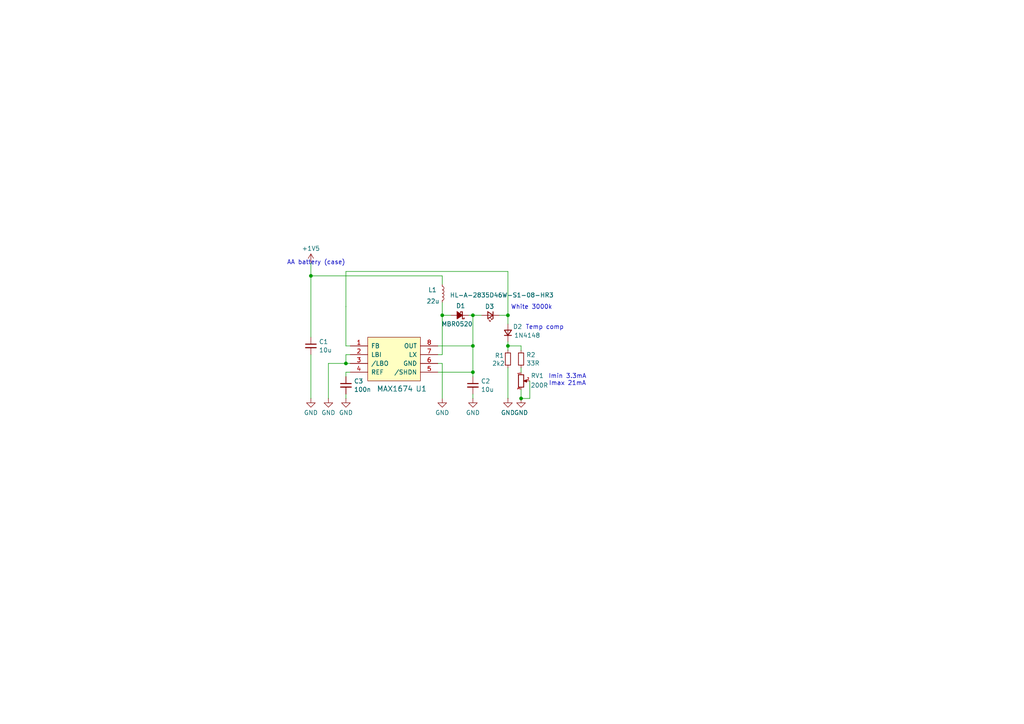
<source format=kicad_sch>
(kicad_sch (version 20250114) (generator "eeschema") (generator_version "9.0")
  (paper "A4")
  (title_block (title "S.E.I. Photometer - Lamp Replacement") (date "2025-03-23") (rev "1.a"))
  (lib_symbols
    (symbol "Device:C_Small" (pin_numbers (hide yes)) (pin_names (offset 0.254) (hide yes))
      (property "Reference" "C" (at 0.254 1.778 0))
      (property "Value" "C_Small" (at 0.254 -2.032 0))
      (symbol "C_Small_0_1"
        (polyline (pts (xy -1.524 0.508) (xy 1.524 0.508)) (stroke (width 0.3048)))
        (polyline (pts (xy -1.524 -0.508) (xy 1.524 -0.508)) (stroke (width 0.3302)))
      )
      (symbol "C_Small_1_1"
        (pin passive line (at 0 2.54 270) (length 2.032) (name "~") (number "1"))
        (pin passive line (at 0 -2.54 90) (length 2.032) (name "~") (number "2"))
      )
    )
    (symbol "Device:D_Schottky_Small_Filled" (pin_numbers (hide yes)) (pin_names (offset 0.254) (hide yes))
      (property "Reference" "D" (at -1.27 2.032 0))
      (property "Value" "D_Schottky_Small_Filled" (at -7.112 -2.032 0))
      (symbol "D_Schottky_Small_Filled_0_1"
        (polyline (pts (xy -1.27 0.762) (xy -1.27 1.016) (xy -0.762 1.016) (xy -0.762 -1.016) (xy -0.254 -1.016) (xy -0.254 -0.762)) (stroke (width 0.254)))
        (polyline (pts (xy -0.762 0) (xy 0.762 0)))
        (polyline (pts (xy 0.762 -1.016) (xy -0.762 0) (xy 0.762 1.016) (xy 0.762 -1.016)) (stroke (width 0.254)) (fill (type outline)))
      )
      (symbol "D_Schottky_Small_Filled_1_1"
        (pin passive line (at -2.54 0 0) (length 1.778) (name "K") (number "1"))
        (pin passive line (at 2.54 0 180) (length 1.778) (name "A") (number "2"))
      )
    )
    (symbol "Device:D_Small" (pin_numbers (hide yes)) (pin_names (offset 0.254) (hide yes))
      (property "Reference" "D" (at -1.27 2.032 0))
      (property "Value" "D_Small" (at -3.81 -2.032 0))
      (symbol "D_Small_0_1"
        (polyline (pts (xy -0.762 0) (xy 0.762 0)))
        (polyline (pts (xy -0.762 -1.016) (xy -0.762 1.016)) (stroke (width 0.254)))
        (polyline (pts (xy 0.762 -1.016) (xy -0.762 0) (xy 0.762 1.016) (xy 0.762 -1.016)) (stroke (width 0.254)))
      )
      (symbol "D_Small_1_1"
        (pin passive line (at -2.54 0 0) (length 1.778) (name "K") (number "1"))
        (pin passive line (at 2.54 0 180) (length 1.778) (name "A") (number "2"))
      )
    )
    (symbol "Device:LED_Small" (pin_numbers (hide yes)) (pin_names (offset 0.254) (hide yes))
      (property "Reference" "D" (at -1.27 3.175 0))
      (property "Value" "LED_Small" (at -4.445 -2.54 0))
      (symbol "LED_Small_0_1"
        (polyline (pts (xy -0.762 -1.016) (xy -0.762 1.016)) (stroke (width 0.254)))
        (polyline (pts (xy 0 0.762) (xy -0.508 1.27) (xy -0.254 1.27) (xy -0.508 1.27) (xy -0.508 1.016)))
        (polyline (pts (xy 0.508 1.27) (xy 0 1.778) (xy 0.254 1.778) (xy 0 1.778) (xy 0 1.524)))
        (polyline (pts (xy 0.762 -1.016) (xy -0.762 0) (xy 0.762 1.016) (xy 0.762 -1.016)) (stroke (width 0.254)))
        (polyline (pts (xy 1.016 0) (xy -0.762 0)))
      )
      (symbol "LED_Small_1_1"
        (pin passive line (at -2.54 0 0) (length 1.778) (name "K") (number "1"))
        (pin passive line (at 2.54 0 180) (length 1.778) (name "A") (number "2"))
      )
    )
    (symbol "Device:L_Small" (pin_numbers (hide yes)) (pin_names (offset 0.254) (hide yes))
      (property "Reference" "L" (at 0.762 1.016 0))
      (property "Value" "L_Small" (at 0.762 -1.016 0))
      (symbol "L_Small_0_1"
        (arc (start 0 2.032) (mid 0.5058 1.524) (end 0 1.016))
        (arc (start 0 1.016) (mid 0.5058 0.508) (end 0 0))
        (arc (start 0 0) (mid 0.5058 -0.508) (end 0 -1.016))
        (arc (start 0 -1.016) (mid 0.5058 -1.524) (end 0 -2.032))
      )
      (symbol "L_Small_1_1"
        (pin passive line (at 0 2.54 270) (length 0.508) (name "~") (number "1"))
        (pin passive line (at 0 -2.54 90) (length 0.508) (name "~") (number "2"))
      )
    )
    (symbol "Device:R_Potentiometer_Small" (pin_names (offset 1.016) (hide yes))
      (property "Reference" "RV" (at -4.445 0 90))
      (property "Value" "R_Potentiometer_Small" (at -2.54 0 90))
      (symbol "R_Potentiometer_Small_0_1"
        (rectangle (start 0.762 1.8034) (end -0.762 -1.8034) (stroke (width 0.254)))
        (polyline (pts (xy 0.889 0) (xy 0.635 0) (xy 1.651 0.381) (xy 1.651 -0.381) (xy 0.635 0) (xy 0.889 0)) (fill (type outline)))
      )
      (symbol "R_Potentiometer_Small_1_1"
        (pin passive line (at 0 2.54 270) (length 0.635) (name "1") (number "1"))
        (pin passive line (at 0 -2.54 90) (length 0.635) (name "3") (number "3"))
        (pin passive line (at 2.54 0 180) (length 0.9906) (name "2") (number "2"))
      )
    )
    (symbol "Device:R_Small" (pin_numbers (hide yes)) (pin_names (offset 0.254) (hide yes))
      (property "Reference" "R" (at 0.762 0.508 0))
      (property "Value" "R_Small" (at 0.762 -1.016 0))
      (symbol "R_Small_0_1"
        (rectangle (start -0.762 1.778) (end 0.762 -1.778) (stroke (width 0.2032)))
      )
      (symbol "R_Small_1_1"
        (pin passive line (at 0 2.54 270) (length 0.762) (name "~") (number "1"))
        (pin passive line (at 0 -2.54 90) (length 0.762) (name "~") (number "2"))
      )
    )
    (symbol "max:MAX1674" (pin_names (offset 1.016))
      (property "Reference" "U" (at 0 -8.89 0))
      (property "Value" "MAX1674" (at 0 7.62 0))
      (symbol "MAX1674_0_1"
        (rectangle (start -7.62 6.35) (end 7.62 -6.35) (fill (type background)))
      )
      (symbol "MAX1674_1_1"
        (pin input line (at -12.7038 3.81 0) (length 5.0038) (name "FB") (number "1"))
        (pin input line (at -12.7038 -3.81 0) (length 5.0038) (name "REF") (number "4"))
        (pin input line (at -12.7 1.27 0) (length 5.0038) (name "LBI") (number "2"))
        (pin output line (at -12.7 -1.27 0) (length 5.0038) (name "/LBO") (number "3"))
        (pin output line (at 12.7 3.81 180) (length 5.0038) (name "OUT") (number "8"))
        (pin input line (at 12.7 1.27 180) (length 5.0038) (name "LX") (number "7"))
        (pin input line (at 12.7 -1.27 180) (length 5.0038) (name "GND") (number "6"))
        (pin input line (at 12.7 -3.81 180) (length 5.0038) (name "/SHDN") (number "5"))
      )
    )
    (symbol "power:+1V5" (power) (pin_numbers (hide yes)) (pin_names (offset 0) (hide yes))
      (property "Value" "+1V5" (at 0 3.556 0))
      (symbol "+1V5_0_1"
        (polyline (pts (xy -0.762 1.27) (xy 0 2.54)))
        (polyline (pts (xy 0 2.54) (xy 0.762 1.27)))
        (polyline (pts (xy 0 0) (xy 0 2.54)))
      )
      (symbol "+1V5_1_1"
        (pin power_in line (at 0 0 90) (length 0) (name "~") (number "1"))
      )
    )
    (symbol "power:GND" (power) (pin_numbers (hide yes)) (pin_names (offset 0) (hide yes))
      (property "Value" "GND" (at 0 -3.81 0))
      (symbol "GND_0_1"
        (polyline (pts (xy 0 0) (xy 0 -1.27) (xy 1.27 -1.27) (xy 0 -2.54) (xy -1.27 -1.27) (xy 0 -1.27)))
      )
      (symbol "GND_1_1"
        (pin power_in line (at 0 0 270) (length 0) (name "~") (number "1"))
      )
    )
  )
  (text "Imin 3.3mA\nImax 21mA" (at 164.592 110.236 0) (effects (font (size 1.27 1.27))))
  (text "AA battery (case)" (at 91.694 76.2 0) (effects (font (size 1.27 1.27))))
  (text "Temp comp" (at 157.988 94.996 0) (effects (font (size 1.27 1.27))))
  (text "White 3000k" (at 154.178 89.154 0) (effects (font (size 1.27 1.27))))
  (junction (at 147.32 100.33))
  (junction (at 137.16 100.33))
  (junction (at 151.13 115.57))
  (junction (at 100.33 105.41))
  (junction (at 90.17 80.01))
  (junction (at 147.32 91.44))
  (junction (at 128.27 91.44))
  (junction (at 137.16 91.44))
  (junction (at 137.16 107.95))
  (wire (pts (xy 147.32 100.33) (xy 151.13 100.33)))
  (wire (pts (xy 128.27 105.41) (xy 127 105.41)))
  (wire (pts (xy 147.32 106.68) (xy 147.32 115.57)))
  (wire (pts (xy 128.27 115.57) (xy 128.27 105.41)))
  (wire (pts (xy 90.17 80.01) (xy 90.17 97.79)))
  (wire (pts (xy 100.33 88.9) (xy 100.3262 88.9)))
  (wire (pts (xy 144.78 91.44) (xy 147.32 91.44)))
  (wire (pts (xy 147.32 101.6) (xy 147.32 100.33)))
  (wire (pts (xy 101.5962 100.33) (xy 100.3262 100.33)))
  (wire (pts (xy 151.13 100.33) (xy 151.13 101.6)))
  (wire (pts (xy 153.67 115.57) (xy 151.13 115.57)))
  (wire (pts (xy 147.32 93.98) (xy 147.32 91.44)))
  (wire (pts (xy 137.16 91.44) (xy 137.16 100.33)))
  (wire (pts (xy 128.27 87.63) (xy 128.27 91.44)))
  (wire (pts (xy 100.33 107.95) (xy 100.33 109.22)))
  (wire (pts (xy 151.13 113.03) (xy 151.13 115.57)))
  (wire (pts (xy 100.33 78.74) (xy 100.33 88.9)))
  (wire (pts (xy 153.67 110.49) (xy 153.67 115.57)))
  (wire (pts (xy 127 107.95) (xy 137.16 107.95)))
  (wire (pts (xy 101.6 102.87) (xy 100.33 102.87)))
  (wire (pts (xy 137.16 115.57) (xy 137.16 114.3)))
  (wire (pts (xy 95.25 115.57) (xy 95.25 105.41)))
  (wire (pts (xy 100.33 78.74) (xy 147.32 78.74)))
  (wire (pts (xy 128.27 102.87) (xy 128.27 91.44)))
  (wire (pts (xy 137.16 109.22) (xy 137.16 107.95)))
  (wire (pts (xy 137.16 100.33) (xy 137.16 107.95)))
  (wire (pts (xy 135.89 91.44) (xy 137.16 91.44)))
  (wire (pts (xy 127 100.33) (xy 137.16 100.33)))
  (wire (pts (xy 100.33 115.57) (xy 100.33 114.3)))
  (wire (pts (xy 127 102.87) (xy 128.27 102.87)))
  (wire (pts (xy 137.16 91.44) (xy 139.7 91.44)))
  (wire (pts (xy 128.27 91.44) (xy 130.81 91.44)))
  (wire (pts (xy 90.17 80.01) (xy 128.27 80.01)))
  (wire (pts (xy 101.5962 107.95) (xy 100.33 107.95)))
  (wire (pts (xy 90.17 102.87) (xy 90.17 115.57)))
  (wire (pts (xy 151.13 106.68) (xy 151.13 107.95)))
  (wire (pts (xy 128.27 80.01) (xy 128.27 82.55)))
  (wire (pts (xy 100.3262 100.33) (xy 100.3262 88.9)))
  (wire (pts (xy 147.32 99.06) (xy 147.32 100.33)))
  (wire (pts (xy 147.32 78.74) (xy 147.32 91.44)))
  (wire (pts (xy 90.17 76.2) (xy 90.17 80.01)))
  (wire (pts (xy 95.25 105.41) (xy 100.33 105.41)))
  (wire (pts (xy 100.33 105.41) (xy 101.6 105.41)))
  (wire (pts (xy 100.33 102.87) (xy 100.33 105.41)))
  (symbol (lib_id "Device:LED_Small") (at 142.24 91.44 180) (unit 1)
    (property "Reference" "D3" (at 141.986 88.9 0))
    (property "Value" "HL-A-2835D46W-S1-08-HR3" (at 145.542 85.598 0))
    (property "Footprint" "LED_SMD:LED_Everlight-SMD3528_3.5x2.8mm_67-21ST" (effects (hide yes)))
    (property "Description" "Light emitting diode, small symbol" (effects (hide yes)))
  )
  (symbol (lib_id "Device:C_Small") (at 137.16 111.76 0) (unit 1)
    (property "Reference" "C2" (at 139.4841 110.5541 0) (effects (justify left)))
    (property "Value" "10u" (at 139.4841 112.9784 0) (effects (justify left)))
    (property "Footprint" "Capacitor_SMD:C_0805_2012Metric" (effects (hide yes)))
    (property "Description" "Unpolarized capacitor, small symbol" (effects (hide yes)))
  )
  (symbol (lib_id "power:+1V5") (at 90.17 76.2 0) (unit 1)
    (property "Reference" "#PWR010" (effects (hide yes)))
    (property "Value" "+1V5" (at 90.17 72.0669 0))
    (property "Description" "Power symbol creates a global label with name \"+1V5\"" (effects (hide yes)))
  )
  (symbol (lib_id "Device:R_Potentiometer_Small") (at 151.13 110.49 0) (unit 1)
    (property "Reference" "RV1" (at 157.734 108.966 0) (effects (justify right)))
    (property "Value" "200R" (at 159.004 111.76 0) (effects (justify right)))
    (property "Footprint" "ae_footprints:Potentiometer_Bourns_PVG3G_Horizontal" (effects (hide yes)))
    (property "Description" "Potentiometer" (effects (hide yes)))
  )
  (symbol (lib_id "Device:D_Schottky_Small_Filled") (at 133.35 91.44 180) (unit 1)
    (property "Reference" "D1" (at 133.604 88.7039 0))
    (property "Value" "MBR0520" (at 132.588 93.98 0))
    (property "Footprint" "Diode_SMD:D_SOD-123" (effects (hide yes)))
    (property "Description" "Schottky diode, small symbol, filled shape" (effects (hide yes)))
  )
  (symbol (lib_id "Device:D_Small") (at 147.32 96.52 90) (unit 1)
    (property "Reference" "D2" (at 150.114 94.742 90))
    (property "Value" "1N4148" (at 152.908 97.282 90))
    (property "Footprint" "Diode_SMD:D_SOD-123" (effects (hide yes)))
    (property "Description" "Diode, small symbol" (effects (hide yes)))
    (property "Sim.Device" "D" (effects (hide yes)))
    (property "Sim.Pins" "1=K 2=A" (effects (hide yes)))
  )
  (symbol (lib_id "Device:L_Small") (at 128.27 85.09 0) (unit 1)
    (property "Reference" "L1" (at 124.206 84.074 0) (effects (justify left)))
    (property "Value" "22u" (at 123.698 87.376 0) (effects (justify left)))
    (property "Footprint" "Inductor_SMD:L_Coilcraft_LPS5030" (effects (hide yes)))
    (property "Description" "Inductor, small symbol" (effects (hide yes)))
  )
  (symbol (lib_id "Device:R_Small") (at 147.32 104.14 0) (unit 1)
    (property "Reference" "R1" (at 143.51 103.124 0) (effects (justify left)))
    (property "Value" "2k2" (at 142.748 105.41 0) (effects (justify left)))
    (property "Footprint" "Resistor_SMD:R_1206_3216Metric" (effects (hide yes)))
    (property "Description" "Resistor, small symbol" (effects (hide yes)))
  )
  (symbol (lib_id "power:GND") (at 151.13 115.57 0) (unit 1)
    (property "Reference" "#PWR07" (effects (hide yes)))
    (property "Value" "GND" (at 151.13 119.7031 0))
    (property "Description" "Power symbol creates a global label with name \"GND\" , ground" (effects (hide yes)))
  )
  (symbol (lib_id "power:GND") (at 147.32 115.57 0) (unit 1)
    (property "Reference" "#PWR08" (effects (hide yes)))
    (property "Value" "GND" (at 147.32 119.7031 0))
    (property "Description" "Power symbol creates a global label with name \"GND\" , ground" (effects (hide yes)))
  )
  (symbol (lib_id "power:GND") (at 95.25 115.57 0) (unit 1)
    (property "Reference" "#PWR09" (effects (hide yes)))
    (property "Value" "GND" (at 95.25 119.7031 0))
    (property "Description" "Power symbol creates a global label with name \"GND\" , ground" (effects (hide yes)))
  )
  (symbol (lib_id "Device:R_Small") (at 151.13 104.14 0) (unit 1)
    (property "Reference" "R2" (at 152.6286 102.9278 0) (effects (justify left)))
    (property "Value" "33R" (at 152.6286 105.3521 0) (effects (justify left)))
    (property "Footprint" "Resistor_SMD:R_1206_3216Metric" (effects (hide yes)))
    (property "Description" "Resistor, small symbol" (effects (hide yes)))
  )
  (symbol (lib_id "power:GND") (at 100.33 115.57 0) (unit 1)
    (property "Reference" "#PWR02" (effects (hide yes)))
    (property "Value" "GND" (at 100.33 119.7031 0))
    (property "Description" "Power symbol creates a global label with name \"GND\" , ground" (effects (hide yes)))
  )
  (symbol (lib_id "Device:C_Small") (at 90.17 100.33 0) (unit 1)
    (property "Reference" "C1" (at 92.4941 99.1241 0) (effects (justify left)))
    (property "Value" "10u" (at 92.4941 101.5484 0) (effects (justify left)))
    (property "Footprint" "Capacitor_SMD:C_0805_2012Metric" (effects (hide yes)))
    (property "Description" "Unpolarized capacitor, small symbol" (effects (hide yes)))
  )
  (symbol (lib_id "power:GND") (at 137.16 115.57 0) (unit 1)
    (property "Reference" "#PWR03" (effects (hide yes)))
    (property "Value" "GND" (at 137.16 119.7031 0))
    (property "Description" "Power symbol creates a global label with name \"GND\" , ground" (effects (hide yes)))
  )
  (symbol (lib_id "power:GND") (at 90.17 115.57 0) (unit 1)
    (property "Reference" "#PWR05" (effects (hide yes)))
    (property "Value" "GND" (at 90.17 119.7031 0))
    (property "Description" "Power symbol creates a global label with name \"GND\" , ground" (effects (hide yes)))
  )
  (symbol (lib_id "max:MAX1674") (at 114.3 104.14 0) (unit 1)
    (property "Reference" "U1" (at 122.174 112.776 0) (effects (font (size 1.524 1.524))))
    (property "Value" "MAX1674" (at 114.554 112.776 0) (effects (font (size 1.524 1.524))))
    (property "Footprint" "ae_footprints:21-0036_U8-1_MXM" (effects (hide yes)))
    (property "Description" "Step-up DC-DC converter" (effects (hide yes)))
  )
  (symbol (lib_id "Device:C_Small") (at 100.33 111.76 0) (unit 1)
    (property "Reference" "C3" (at 102.6541 110.5541 0) (effects (justify left)))
    (property "Value" "100n" (at 102.6541 112.9784 0) (effects (justify left)))
    (property "Footprint" "Capacitor_SMD:C_0603_1608Metric" (effects (hide yes)))
    (property "Description" "Unpolarized capacitor, small symbol" (effects (hide yes)))
  )
  (symbol (lib_id "power:GND") (at 128.27 115.57 0) (unit 1)
    (property "Reference" "#PWR01" (effects (hide yes)))
    (property "Value" "GND" (at 128.27 119.7031 0))
    (property "Description" "Power symbol creates a global label with name \"GND\" , ground" (effects (hide yes)))
  )
)
</source>
